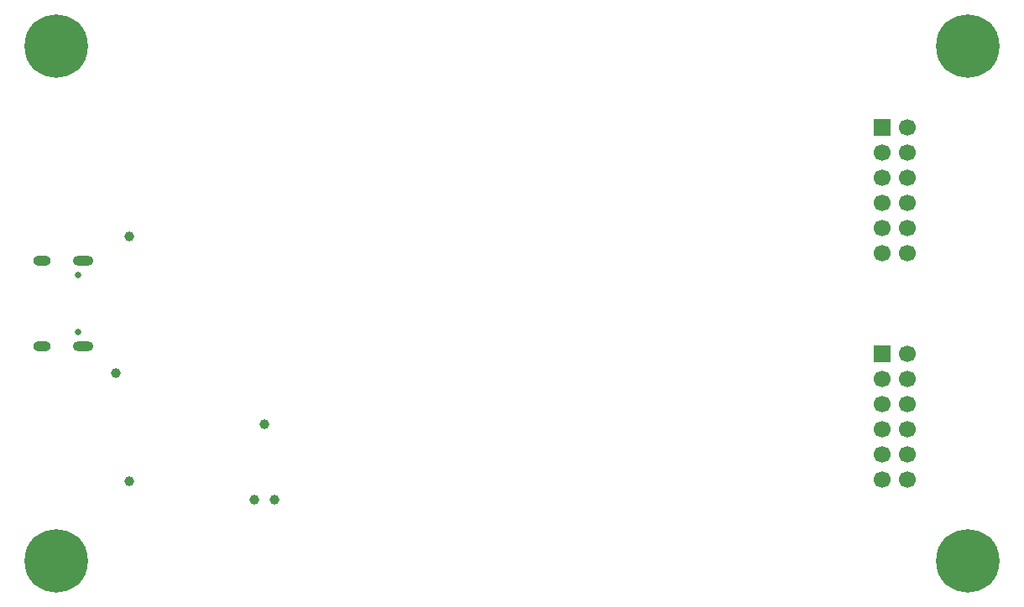
<source format=gbs>
G04 #@! TF.GenerationSoftware,KiCad,Pcbnew,9.0.2*
G04 #@! TF.CreationDate,2025-06-25T17:31:32+02:00*
G04 #@! TF.ProjectId,nuku-carrier-template-basic,6e756b75-2d63-4617-9272-6965722d7465,0*
G04 #@! TF.SameCoordinates,Original*
G04 #@! TF.FileFunction,Soldermask,Bot*
G04 #@! TF.FilePolarity,Negative*
%FSLAX46Y46*%
G04 Gerber Fmt 4.6, Leading zero omitted, Abs format (unit mm)*
G04 Created by KiCad (PCBNEW 9.0.2) date 2025-06-25 17:31:32*
%MOMM*%
%LPD*%
G01*
G04 APERTURE LIST*
%ADD10C,0.990600*%
%ADD11O,1.800000X1.000000*%
%ADD12O,2.100000X1.000000*%
%ADD13C,0.650000*%
%ADD14C,1.000000*%
%ADD15C,3.600000*%
%ADD16C,6.400000*%
%ADD17R,1.700000X1.700000*%
%ADD18C,1.700000*%
G04 APERTURE END LIST*
D10*
X116484000Y-124810000D03*
X118516000Y-124810000D03*
X117500000Y-117190000D03*
D11*
X95100000Y-109320000D03*
D12*
X99250000Y-109320000D03*
D11*
X95100000Y-100680000D03*
D12*
X99250000Y-100680000D03*
D13*
X98750000Y-107890000D03*
X98750000Y-102110000D03*
D14*
X103900000Y-123000000D03*
X102500000Y-112000000D03*
X103900000Y-98200000D03*
D15*
X96500000Y-131000000D03*
D16*
X96500000Y-131000000D03*
D15*
X188500000Y-79000000D03*
D16*
X188500000Y-79000000D03*
D15*
X96500000Y-79000000D03*
D16*
X96500000Y-79000000D03*
D17*
X179800000Y-110080000D03*
D18*
X179800000Y-112620000D03*
X179800000Y-115160000D03*
X179800000Y-117700000D03*
X179800000Y-120240000D03*
X179800000Y-122780000D03*
X182340000Y-110080000D03*
X182340000Y-112620000D03*
X182340000Y-115160000D03*
X182340000Y-117700000D03*
X182340000Y-120240000D03*
X182340000Y-122780000D03*
D17*
X179800000Y-87220000D03*
D18*
X179800000Y-89760000D03*
X179800000Y-92300000D03*
X179800000Y-94840000D03*
X179800000Y-97380000D03*
X179800000Y-99920000D03*
X182340000Y-87220000D03*
X182340000Y-89760000D03*
X182340000Y-92300000D03*
X182340000Y-94840000D03*
X182340000Y-97380000D03*
X182340000Y-99920000D03*
D15*
X188500000Y-131000000D03*
D16*
X188500000Y-131000000D03*
M02*

</source>
